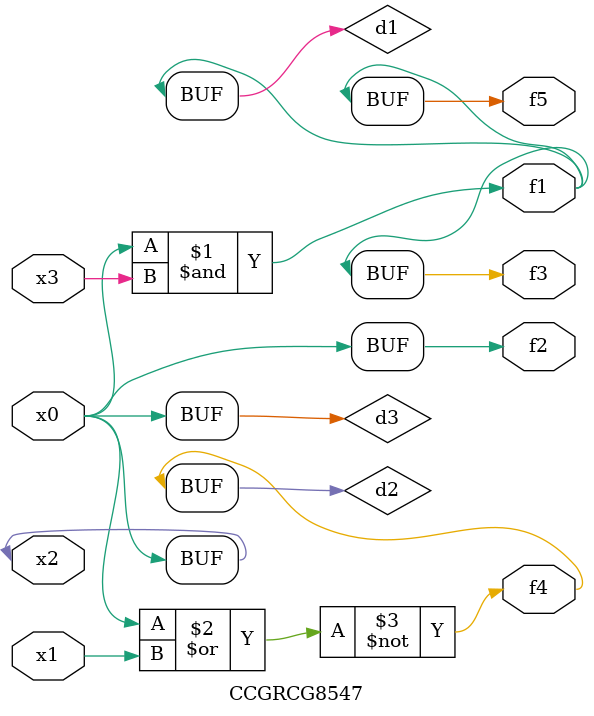
<source format=v>
module CCGRCG8547(
	input x0, x1, x2, x3,
	output f1, f2, f3, f4, f5
);

	wire d1, d2, d3;

	and (d1, x2, x3);
	nor (d2, x0, x1);
	buf (d3, x0, x2);
	assign f1 = d1;
	assign f2 = d3;
	assign f3 = d1;
	assign f4 = d2;
	assign f5 = d1;
endmodule

</source>
